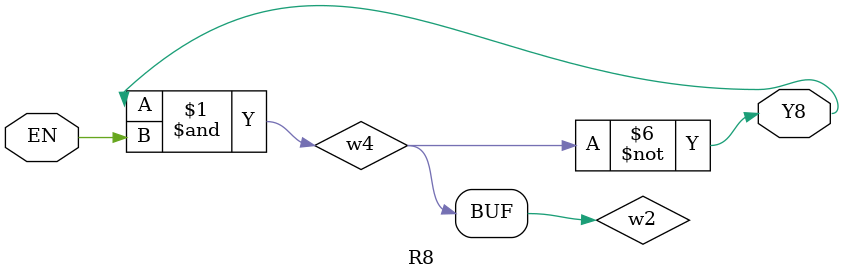
<source format=v>
`timescale 1ns / 1ps
module R8(EN,Y8
    );
input EN;
output Y8;
wire w1,w2,w3,w4,w5;
	nand #8(w1,Y8,EN);
	not #8(w2,w1);
	not #8(w3,w2);
	not #8(w4,w3);
	not o5(Y8,w4);

endmodule

</source>
